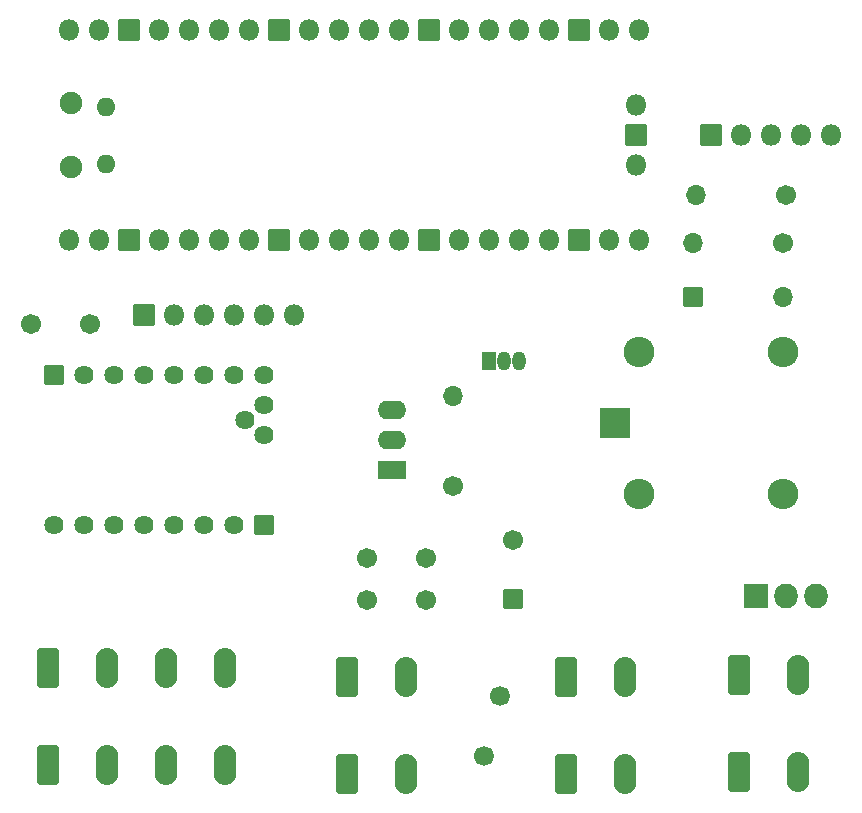
<source format=gbr>
%TF.GenerationSoftware,KiCad,Pcbnew,7.0.1*%
%TF.CreationDate,2023-03-31T16:58:59-04:00*%
%TF.ProjectId,KiwiBoard,4b697769-426f-4617-9264-2e6b69636164,rev?*%
%TF.SameCoordinates,Original*%
%TF.FileFunction,Soldermask,Bot*%
%TF.FilePolarity,Negative*%
%FSLAX46Y46*%
G04 Gerber Fmt 4.6, Leading zero omitted, Abs format (unit mm)*
G04 Created by KiCad (PCBNEW 7.0.1) date 2023-03-31 16:58:59*
%MOMM*%
%LPD*%
G01*
G04 APERTURE LIST*
G04 Aperture macros list*
%AMRoundRect*
0 Rectangle with rounded corners*
0 $1 Rounding radius*
0 $2 $3 $4 $5 $6 $7 $8 $9 X,Y pos of 4 corners*
0 Add a 4 corners polygon primitive as box body*
4,1,4,$2,$3,$4,$5,$6,$7,$8,$9,$2,$3,0*
0 Add four circle primitives for the rounded corners*
1,1,$1+$1,$2,$3*
1,1,$1+$1,$4,$5*
1,1,$1+$1,$6,$7*
1,1,$1+$1,$8,$9*
0 Add four rect primitives between the rounded corners*
20,1,$1+$1,$2,$3,$4,$5,0*
20,1,$1+$1,$4,$5,$6,$7,0*
20,1,$1+$1,$6,$7,$8,$9,0*
20,1,$1+$1,$8,$9,$2,$3,0*%
G04 Aperture macros list end*
%ADD10RoundRect,0.050800X0.850000X-0.850000X0.850000X0.850000X-0.850000X0.850000X-0.850000X-0.850000X0*%
%ADD11O,1.801600X1.801600*%
%ADD12RoundRect,0.300800X-0.650000X-1.400000X0.650000X-1.400000X0.650000X1.400000X-0.650000X1.400000X0*%
%ADD13O,1.901600X3.401600*%
%ADD14C,1.691600*%
%ADD15RoundRect,0.050800X-0.525000X-0.750000X0.525000X-0.750000X0.525000X0.750000X-0.525000X0.750000X0*%
%ADD16O,1.151600X1.601600*%
%ADD17RoundRect,0.050800X0.800000X-0.800000X0.800000X0.800000X-0.800000X0.800000X-0.800000X-0.800000X0*%
%ADD18C,1.701600*%
%ADD19RoundRect,0.050800X-0.952500X-1.000000X0.952500X-1.000000X0.952500X1.000000X-0.952500X1.000000X0*%
%ADD20O,2.006600X2.101600*%
%ADD21O,1.701600X1.701600*%
%ADD22RoundRect,0.050800X-0.800000X-0.800000X0.800000X-0.800000X0.800000X0.800000X-0.800000X0.800000X0*%
%ADD23RoundRect,0.050800X0.762000X-0.762000X0.762000X0.762000X-0.762000X0.762000X-0.762000X-0.762000X0*%
%ADD24C,1.625600*%
%ADD25O,1.901600X1.901600*%
%ADD26O,1.601600X1.601600*%
%ADD27RoundRect,0.050800X1.150000X-0.750000X1.150000X0.750000X-1.150000X0.750000X-1.150000X-0.750000X0*%
%ADD28O,2.401600X1.601600*%
%ADD29RoundRect,0.050800X1.250000X-1.250000X1.250000X1.250000X-1.250000X1.250000X-1.250000X-1.250000X0*%
%ADD30O,2.601600X2.601600*%
G04 APERTURE END LIST*
D10*
%TO.C,EXPANSION*%
X61468000Y-67818000D03*
D11*
X64008000Y-67818000D03*
X66548000Y-67818000D03*
X69088000Y-67818000D03*
X71628000Y-67818000D03*
X74168000Y-67818000D03*
%TD*%
D12*
%TO.C,J1*%
X78642000Y-98422500D03*
X78642000Y-106622500D03*
D13*
X83642000Y-98422500D03*
X83642000Y-106622500D03*
%TD*%
D14*
%TO.C,F1*%
X90232000Y-105166000D03*
X91632000Y-100066000D03*
%TD*%
D15*
%TO.C,Q1*%
X90678000Y-71734000D03*
D16*
X91948000Y-71734000D03*
X93218000Y-71734000D03*
%TD*%
D17*
%TO.C,C4*%
X92710000Y-91810651D03*
D18*
X92710000Y-86810651D03*
%TD*%
%TO.C,C3*%
X51856000Y-68580000D03*
X56856000Y-68580000D03*
%TD*%
%TO.C,C1*%
X85344000Y-91948000D03*
X80344000Y-91948000D03*
%TD*%
D19*
%TO.C,Q2*%
X113284000Y-91623000D03*
D20*
X115824000Y-91623000D03*
X118364000Y-91623000D03*
%TD*%
D18*
%TO.C,C2*%
X85344000Y-88392000D03*
X80344000Y-88392000D03*
%TD*%
%TO.C,R1*%
X87630000Y-82296000D03*
D21*
X87630000Y-74676000D03*
%TD*%
D22*
%TO.C,D1*%
X107950000Y-66294000D03*
D21*
X115570000Y-66294000D03*
%TD*%
D12*
%TO.C,J3*%
X111840000Y-98298000D03*
X111840000Y-106498000D03*
D13*
X116840000Y-98298000D03*
X116840000Y-106498000D03*
%TD*%
D23*
%TO.C,U4*%
X53848000Y-72898000D03*
D24*
X56388000Y-72898000D03*
X58928000Y-72898000D03*
X61468000Y-72898000D03*
X64008000Y-72898000D03*
X66548000Y-72898000D03*
X69088000Y-72898000D03*
X71628000Y-72898000D03*
D23*
X71628000Y-85598000D03*
D24*
X69088000Y-85598000D03*
X66548000Y-85598000D03*
X64008000Y-85598000D03*
X61468000Y-85598000D03*
X58928000Y-85598000D03*
X56388000Y-85598000D03*
X53848000Y-85598000D03*
X71628000Y-77978000D03*
X71628000Y-75438000D03*
X69977000Y-76708000D03*
%TD*%
D18*
%TO.C,R3*%
X115824000Y-57658000D03*
D21*
X108204000Y-57658000D03*
%TD*%
D25*
%TO.C,U1*%
X55248000Y-55303000D03*
D26*
X58278000Y-55003000D03*
X58278000Y-50153000D03*
D25*
X55248000Y-49853000D03*
D11*
X55118000Y-61468000D03*
X57658000Y-61468000D03*
D10*
X60198000Y-61468000D03*
D11*
X62738000Y-61468000D03*
X65278000Y-61468000D03*
X67818000Y-61468000D03*
X70358000Y-61468000D03*
D10*
X72898000Y-61468000D03*
D11*
X75438000Y-61468000D03*
X77978000Y-61468000D03*
X80518000Y-61468000D03*
X83058000Y-61468000D03*
D10*
X85598000Y-61468000D03*
D11*
X88138000Y-61468000D03*
X90678000Y-61468000D03*
X93218000Y-61468000D03*
X95758000Y-61468000D03*
D10*
X98298000Y-61468000D03*
D11*
X100838000Y-61468000D03*
X103378000Y-61468000D03*
X103378000Y-43688000D03*
X100838000Y-43688000D03*
D10*
X98298000Y-43688000D03*
D11*
X95758000Y-43688000D03*
X93218000Y-43688000D03*
X90678000Y-43688000D03*
X88138000Y-43688000D03*
D10*
X85598000Y-43688000D03*
D11*
X83058000Y-43688000D03*
X80518000Y-43688000D03*
X77978000Y-43688000D03*
X75438000Y-43688000D03*
D10*
X72898000Y-43688000D03*
D11*
X70358000Y-43688000D03*
X67818000Y-43688000D03*
X65278000Y-43688000D03*
X62738000Y-43688000D03*
D10*
X60198000Y-43688000D03*
D11*
X57658000Y-43688000D03*
X55118000Y-43688000D03*
X103148000Y-55118000D03*
D10*
X103148000Y-52578000D03*
D11*
X103148000Y-50038000D03*
%TD*%
D12*
%TO.C,J2*%
X97184000Y-98422500D03*
X97184000Y-106622500D03*
D13*
X102184000Y-98422500D03*
X102184000Y-106622500D03*
%TD*%
D10*
%TO.C,J6*%
X109474000Y-52578000D03*
D11*
X112014000Y-52578000D03*
X114554000Y-52578000D03*
X117094000Y-52578000D03*
X119634000Y-52578000D03*
%TD*%
D12*
%TO.C,J4*%
X53322000Y-97660500D03*
X53322000Y-105860500D03*
D13*
X58322000Y-97660500D03*
X58322000Y-105860500D03*
X63322000Y-97660500D03*
X63322000Y-105860500D03*
X68322000Y-97660500D03*
X68322000Y-105860500D03*
%TD*%
D27*
%TO.C,U2*%
X82471500Y-80933000D03*
D28*
X82471500Y-78393000D03*
X82471500Y-75853000D03*
%TD*%
D29*
%TO.C,K1*%
X101354500Y-76962000D03*
D30*
X103354500Y-82962000D03*
X115554500Y-82962000D03*
X115554500Y-70962000D03*
X103354500Y-70962000D03*
%TD*%
D18*
%TO.C,R2*%
X115570000Y-61722000D03*
D21*
X107950000Y-61722000D03*
%TD*%
M02*

</source>
